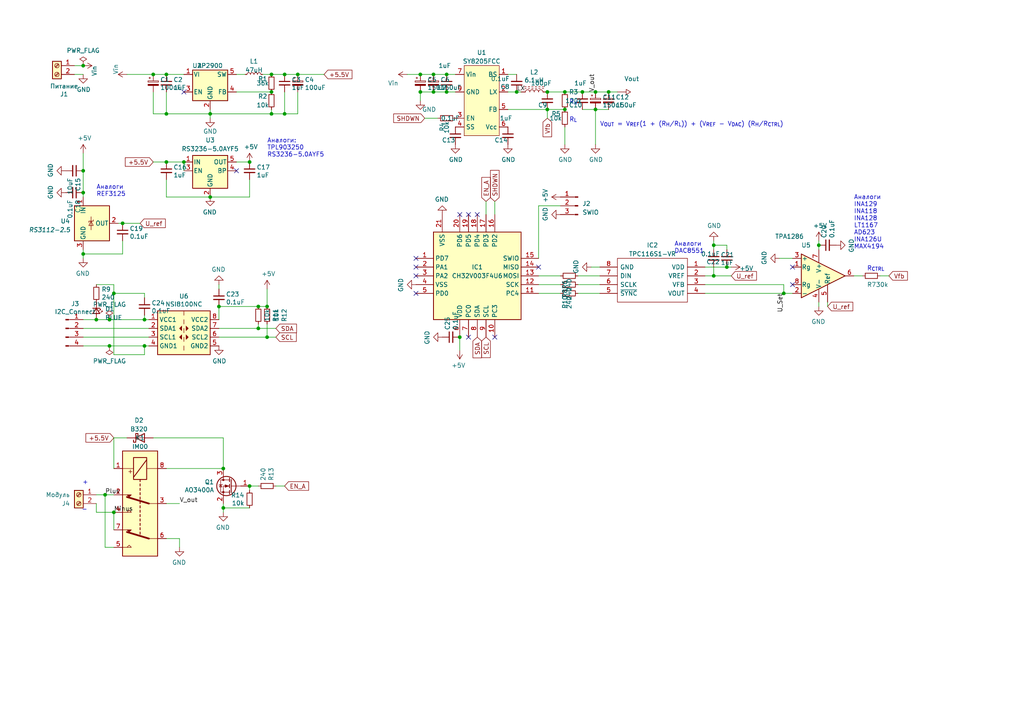
<source format=kicad_sch>
(kicad_sch (version 20230121) (generator eeschema)
  (paper "A4")
  (lib_symbols
    (symbol "Amplifier_Instrumentation:INA128" (pin_names (offset 0.127))
      (property "Reference" "U" (at 3.81 3.175 0))
      (property "Value" "INA128" (at 3.81 -3.175 0))
      (symbol "INA128_1_1"
        (pin passive line (at -7.62 2.54 0) (length 2.54) (name "Rg") (number "1"))
        (pin input line (at -7.62 -5.08 0) (length 2.54) (name "-") (number "2"))
        (pin input line (at -7.62 5.08 0) (length 2.54) (name "+") (number "3"))
        (pin power_in line (at 0 -7.62 90) (length 3.81) (name "V-") (number "4"))
        (pin input line (at 2.54 -7.62 90) (length 5.08) (name "Ref") (number "5"))
        (pin output line (at 10.16 0 180) (length 2.54) (name "~") (number "6"))
        (pin power_in line (at 0 7.62 270) (length 3.81) (name "V+") (number "7"))
        (pin passive line (at -7.62 -2.54 0) (length 2.54) (name "Rg") (number "8"))
      )
    )
    (symbol "Connector:Conn_01x03_Pin" (pin_names (offset 1.016) hide)
      (property "Reference" "J" (at 0 5.08 0))
      (property "Value" "Conn_01x03_Pin" (at 0 -5.08 0))
      (symbol "Conn_01x03_Pin_1_1"
        (pin passive line (at 5.08 2.54 180) (length 3.81) (name "Pin_1") (number "1"))
        (pin passive line (at 5.08 0 180) (length 3.81) (name "Pin_2") (number "2"))
        (pin passive line (at 5.08 -2.54 180) (length 3.81) (name "Pin_3") (number "3"))
      )
    )
    (symbol "Connector:Screw_Terminal_01x02" (pin_names (offset 1.016) hide)
      (property "Reference" "J" (at 0 2.54 0))
      (property "Value" "Screw_Terminal_01x02" (at 0 -5.08 0))
      (symbol "Screw_Terminal_01x02_1_1"
        (pin passive line (at -5.08 0 0) (length 3.81) (name "Pin_1") (number "1"))
        (pin passive line (at -5.08 -2.54 0) (length 3.81) (name "Pin_2") (number "2"))
      )
    )
    (symbol "Device:C_Polarized_Small" (pin_numbers hide) (pin_names (offset 0.254) hide)
      (property "Reference" "C" (at 0.254 1.778 0))
      (property "Value" "C_Polarized_Small" (at 0.254 -2.032 0))
      (symbol "C_Polarized_Small_1_1"
        (pin passive line (at 0 2.54 270) (length 1.8542) (name "~") (number "1"))
        (pin passive line (at 0 -2.54 90) (length 1.8542) (name "~") (number "2"))
      )
    )
    (symbol "Device:LED_Small" (pin_numbers hide) (pin_names (offset 0.254) hide)
      (property "Reference" "D" (at -1.27 3.175 0))
      (property "Value" "LED_Small" (at -4.445 -2.54 0))
      (symbol "LED_Small_1_1"
        (pin passive line (at -2.54 0 0) (length 1.778) (name "K") (number "1"))
        (pin passive line (at 2.54 0 180) (length 1.778) (name "A") (number "2"))
      )
    )
    (symbol "Device:L_Small" (pin_numbers hide) (pin_names (offset 0.254) hide)
      (property "Reference" "L" (at 0.762 1.016 0))
      (property "Value" "L_Small" (at 0.762 -1.016 0))
      (symbol "L_Small_1_1"
        (pin passive line (at 0 2.54 270) (length 0.508) (name "~") (number "1"))
        (pin passive line (at 0 -2.54 90) (length 0.508) (name "~") (number "2"))
      )
    )
    (symbol "Device:R_Small" (pin_numbers hide) (pin_names (offset 0.254) hide)
      (property "Reference" "R" (at 0.762 0.508 0))
      (property "Value" "R_Small" (at 0.762 -1.016 0))
      (symbol "R_Small_1_1"
        (pin passive line (at 0 2.54 270) (length 0.762) (name "~") (number "1"))
        (pin passive line (at 0 -2.54 90) (length 0.762) (name "~") (number "2"))
      )
    )
    (symbol "Diode:B320" (pin_numbers hide) (pin_names (offset 1.016) hide)
      (property "Reference" "D" (at 0 2.54 0))
      (property "Value" "B320" (at 0 -2.54 0))
      (symbol "B320_1_1"
        (pin passive line (at -3.81 0 0) (length 2.54) (name "K") (number "1"))
        (pin passive line (at 3.81 0 180) (length 2.54) (name "A") (number "2"))
      )
    )
    (symbol "Isolator:ISO1540"
      (property "Reference" "U" (at -6.35 6.35 0))
      (property "Value" "ISO1540" (at 3.81 6.35 0))
      (symbol "ISO1540_1_1"
        (pin power_in line (at -10.16 2.54 0) (length 2.54) (name "VCC1") (number "1"))
        (pin bidirectional line (at -10.16 0 0) (length 2.54) (name "SDA1") (number "2"))
        (pin bidirectional line (at -10.16 -2.54 0) (length 2.54) (name "SCL1") (number "3"))
        (pin power_in line (at -10.16 -5.08 0) (length 2.54) (name "GND1") (number "4"))
        (pin power_in line (at 10.16 -5.08 180) (length 2.54) (name "GND2") (number "5"))
        (pin bidirectional line (at 10.16 -2.54 180) (length 2.54) (name "SCL2") (number "6"))
        (pin bidirectional line (at 10.16 0 180) (length 2.54) (name "SDA2") (number "7"))
        (pin power_in line (at 10.16 2.54 180) (length 2.54) (name "VCC2") (number "8"))
      )
    )
    (symbol "MainPCB-rescue:C_Small-Device" (pin_numbers hide) (pin_names (offset 0.254) hide)
      (property "Reference" "C" (at 0.254 1.778 0))
      (property "Value" "C_Small-Device" (at 0.254 -2.032 0))
      (symbol "C_Small-Device_1_1"
        (pin passive line (at 0 2.54 270) (length 2.032) (name "~") (number "1"))
        (pin passive line (at 0 -2.54 90) (length 2.032) (name "~") (number "2"))
      )
    )
    (symbol "Pelt-rescue:Conn_01x04_Male-Connector" (pin_names (offset 1.016) hide)
      (property "Reference" "J" (at 0 5.08 0))
      (property "Value" "Connector_Conn_01x04_Male" (at 0 -7.62 0))
      (symbol "Conn_01x04_Male-Connector_1_1"
        (pin passive line (at 5.08 2.54 180) (length 3.81) (name "Pin_1") (number "1"))
        (pin passive line (at 5.08 0 180) (length 3.81) (name "Pin_2") (number "2"))
        (pin passive line (at 5.08 -2.54 180) (length 3.81) (name "Pin_3") (number "3"))
        (pin passive line (at 5.08 -5.08 180) (length 3.81) (name "Pin_4") (number "4"))
      )
    )
    (symbol "Pelt-rescue:L_Core_Ferrite-Device" (pin_numbers hide) (pin_names (offset 1.016) hide)
      (property "Reference" "L" (at -1.27 0 90))
      (property "Value" "Device_L_Core_Ferrite" (at 2.794 0 90))
      (symbol "L_Core_Ferrite-Device_1_1"
        (pin passive line (at 0 3.81 270) (length 1.27) (name "1") (number "1"))
        (pin passive line (at 0 -3.81 90) (length 1.27) (name "2") (number "2"))
      )
    )
    (symbol "Reference_Voltage:REF3020" (pin_names (offset 0.254))
      (property "Reference" "U" (at 0 6.35 0))
      (property "Value" "REF3020" (at 2.54 -6.35 0))
      (symbol "REF3020_1_1"
        (pin power_in line (at -2.54 7.62 270) (length 2.54) (name "IN") (number "1"))
        (pin power_out line (at 7.62 0 180) (length 2.54) (name "OUT") (number "2"))
        (pin power_in line (at -2.54 -7.62 90) (length 2.54) (name "GND") (number "3"))
      )
    )
    (symbol "Regulator_Linear:MIC5219-5.0YM5" (pin_names (offset 0.254))
      (property "Reference" "U" (at -3.81 5.715 0))
      (property "Value" "MIC5219-5.0YM5" (at 0 5.715 0))
      (symbol "MIC5219-5.0YM5_1_1"
        (pin power_in line (at -7.62 2.54 0) (length 2.54) (name "IN") (number "1"))
        (pin power_in line (at 0 -7.62 90) (length 2.54) (name "GND") (number "2"))
        (pin input line (at -7.62 0 0) (length 2.54) (name "EN") (number "3"))
        (pin input line (at 7.62 0 180) (length 2.54) (name "BP") (number "4"))
        (pin power_out line (at 7.62 2.54 180) (length 2.54) (name "OUT") (number "5"))
      )
    )
    (symbol "Regulator_Switching:TPS62200DBV" (pin_names (offset 0.254))
      (property "Reference" "U" (at -5.08 7.62 0))
      (property "Value" "TPS62200DBV" (at 0 7.62 0))
      (symbol "TPS62200DBV_1_1"
        (pin power_in line (at -7.62 5.08 0) (length 2.54) (name "VI") (number "1"))
        (pin power_in line (at 0 -5.08 90) (length 2.54) (name "GND") (number "2"))
        (pin input line (at -7.62 0 0) (length 2.54) (name "EN") (number "3"))
        (pin input line (at 7.62 0 180) (length 2.54) (name "FB") (number "4"))
        (pin output line (at 7.62 5.08 180) (length 2.54) (name "SW") (number "5"))
      )
    )
    (symbol "Relay:IM00"
      (property "Reference" "K" (at 16.51 3.81 0))
      (property "Value" "IM00" (at 16.51 1.27 0))
      (symbol "IM00_0_0"
        (text "+" (at -9.271 2.921 0) (effects (font (size 1.27 1.27))))
      )
      (symbol "IM00_1_1"
        (pin passive line (at -10.16 7.62 270) (length 2.54) (name "~") (number "1"))
        (pin passive line (at -2.54 7.62 270) (length 2.54) (name "~") (number "2"))
        (pin passive line (at 0 -7.62 90) (length 2.54) (name "~") (number "3"))
        (pin passive line (at 2.54 7.62 270) (length 2.54) (name "~") (number "4"))
        (pin passive line (at 12.7 7.62 270) (length 2.54) (name "~") (number "5"))
        (pin passive line (at 10.16 -7.62 90) (length 2.54) (name "~") (number "6"))
        (pin passive line (at 7.62 7.62 270) (length 2.54) (name "~") (number "7"))
        (pin passive line (at -10.16 -7.62 90) (length 2.54) (name "~") (number "8"))
      )
    )
    (symbol "SamacSys_Parts:DAC8551" (pin_names (offset 0.762))
      (property "Reference" "IC" (at 15.24 7.62 0))
      (property "Value" "DAC8551" (at 12.7 5.08 0))
      (symbol "DAC8551_0_0"
        (pin passive line (at 0 0 0) (length 5.08) (name "VDD") (number "1"))
        (pin passive line (at 0 -2.54 0) (length 5.08) (name "VREF") (number "2"))
        (pin passive line (at 0 -5.08 0) (length 5.08) (name "VFB") (number "3"))
        (pin passive line (at 0 -7.62 0) (length 5.08) (name "VOUT") (number "4"))
        (pin passive line (at 30.48 -7.62 180) (length 5.08) (name "~{SYNC}") (number "5"))
        (pin passive line (at 30.48 -5.08 180) (length 5.08) (name "SCLK") (number "6"))
        (pin passive line (at 30.48 -2.54 180) (length 5.08) (name "DIN") (number "7"))
        (pin passive line (at 30.48 0 180) (length 5.08) (name "GND") (number "8"))
      )
    )
    (symbol "SamacSys_Parts:SY8205FCC"
      (property "Reference" "U18" (at 7.62 6.35 0))
      (property "Value" "SY8205FCC" (at 7.62 3.81 0))
      (symbol "SY8205FCC_1_1"
        (pin input line (at 15.24 0 180) (length 2.54) (name "BS") (number "1"))
        (pin output line (at 15.24 -5.08 180) (length 2.54) (name "LX") (number "2"))
        (pin input line (at 0 -12.7 0) (length 2.54) (name "EN") (number "3"))
        (pin input line (at 0 -15.24 0) (length 2.54) (name "SS") (number "4"))
        (pin input line (at 15.24 -10.16 180) (length 2.54) (name "FB") (number "5"))
        (pin output line (at 15.24 -15.24 180) (length 2.54) (name "Vcc") (number "6"))
        (pin power_in line (at 0 0 0) (length 2.54) (name "Vin") (number "7"))
        (pin power_in line (at 0 0 0) (length 2.54) hide (name "Vin") (number "8"))
        (pin power_in line (at 0 -5.08 0) (length 2.54) (name "GND") (number "9"))
      )
    )
    (symbol "SamacSys_Parts:ch32v003f4p6"
      (property "Reference" "IC1" (at 17.78 -2.54 0))
      (property "Value" "CH32V003F4U6" (at 17.78 -5.08 0))
      (symbol "ch32v003f4p6_1_1"
        (pin passive line (at 0 0 0) (length 5.08) (name "PD7") (number "1"))
        (pin passive line (at 22.86 -22.86 90) (length 5.08) (name "PC3") (number "10"))
        (pin passive line (at 35.56 -10.16 180) (length 5.08) (name "PC4") (number "11"))
        (pin passive line (at 35.56 -7.62 180) (length 5.08) (name "PC5") (number "12") (alternate "SCK" passive line))
        (pin passive line (at 35.56 -5.08 180) (length 5.08) (name "PC6") (number "13") (alternate "MOSI" output line))
        (pin passive line (at 35.56 -2.54 180) (length 5.08) (name "PC7") (number "14") (alternate "MISO" input line))
        (pin passive line (at 35.56 0 180) (length 5.08) (name "PD1") (number "15") (alternate "SWIO" bidirectional line))
        (pin passive line (at 22.86 12.7 270) (length 5.08) (name "PD2") (number "16"))
        (pin passive line (at 20.32 12.7 270) (length 5.08) (name "PD3") (number "17"))
        (pin passive line (at 17.78 12.7 270) (length 5.08) (name "PD4") (number "18"))
        (pin passive line (at 15.24 12.7 270) (length 5.08) (name "PD5") (number "19"))
        (pin passive line (at 0 -2.54 0) (length 5.08) (name "PA1") (number "2"))
        (pin passive line (at 12.7 12.7 270) (length 5.08) (name "PD6") (number "20"))
        (pin power_in line (at 7.62 12.7 270) (length 5.08) (name "VSS") (number "21"))
        (pin passive line (at 0 -5.08 0) (length 5.08) (name "PA2") (number "3"))
        (pin passive line (at 0 -7.62 0) (length 5.08) (name "VSS") (number "4"))
        (pin passive line (at 0 -10.16 0) (length 5.08) (name "PD0") (number "5"))
        (pin power_in line (at 12.7 -22.86 90) (length 5.08) (name "VDD") (number "6"))
        (pin passive line (at 15.24 -22.86 90) (length 5.08) (name "PC0") (number "7"))
        (pin passive line (at 17.78 -22.86 90) (length 5.08) (name "PC1") (number "8") (alternate "SDA" passive line))
        (pin passive line (at 20.32 -22.86 90) (length 5.08) (name "PC2") (number "9") (alternate "SCL" passive line))
      )
    )
    (symbol "Transistor_FET:AO3400A" (pin_names hide)
      (property "Reference" "Q" (at 5.08 1.905 0))
      (property "Value" "AO3400A" (at 5.08 0 0))
      (symbol "AO3400A_1_1"
        (pin input line (at -5.08 0 0) (length 2.54) (name "G") (number "1"))
        (pin passive line (at 2.54 -5.08 90) (length 2.54) (name "S") (number "2"))
        (pin passive line (at 2.54 5.08 270) (length 2.54) (name "D") (number "3"))
      )
    )
    (symbol "power:+5V" (power) (pin_names (offset 0))
      (property "Value" "+5V" (at 0 3.556 0))
      (symbol "+5V_1_1"
        (pin power_in line (at 0 0 90) (length 0) hide (name "+5V") (number "1"))
      )
    )
    (symbol "power:GND" (power) (pin_names (offset 0))
      (property "Value" "GND" (at 0 -3.81 0))
      (symbol "GND_1_1"
        (pin power_in line (at 0 0 270) (length 0) hide (name "GND") (number "1"))
      )
    )
    (symbol "power:PWR_FLAG" (power) (pin_numbers hide) (pin_names (offset 0) hide)
      (property "Value" "PWR_FLAG" (at 0 3.81 0))
      (symbol "PWR_FLAG_0_0"
        (pin power_out line (at 0 0 90) (length 0) (name "pwr") (number "1"))
      )
    )
    (symbol "power:Vin" (power) (pin_names (offset 0))
      (property "Value" "Vin" (at -3.81 2.54 0))
      (symbol "Vin_1_1"
        (pin power_in line (at -3.81 -2.54 0) (length 0) hide (name "Vin") (number "1"))
      )
    )
    (symbol "power:Vout" (power) (pin_names (offset 0))
      (property "Value" "Vout" (at 0 5.08 0))
      (symbol "Vout_1_1"
        (pin power_out line (at 0 0 90) (length 0) hide (name "Vout") (number "1"))
      )
    )
  )
  (junction (at 78.74 33.02))
  (junction (at 44.45 21.59))
  (junction (at 158.75 26.67))
  (junction (at 237.49 71.12))
  (junction (at 207.01 71.12))
  (junction (at 48.26 33.02))
  (junction (at 125.73 26.67))
  (junction (at 149.86 26.67))
  (junction (at 48.26 46.99))
  (junction (at 48.26 21.59))
  (junction (at 74.93 95.25))
  (junction (at 121.92 26.67))
  (junction (at 78.74 26.67))
  (junction (at 176.53 26.67))
  (junction (at 33.02 148.59))
  (junction (at 77.47 88.9))
  (junction (at 210.82 77.47))
  (junction (at 163.83 26.67))
  (junction (at 24.13 55.88))
  (junction (at 60.96 33.02))
  (junction (at 172.72 26.67))
  (junction (at 77.47 97.79))
  (junction (at 27.94 92.71))
  (junction (at 35.56 64.77))
  (junction (at 64.77 147.32))
  (junction (at 207.01 80.01))
  (junction (at 33.02 85.09))
  (junction (at 63.5 88.9))
  (junction (at 158.75 31.75))
  (junction (at 129.54 21.59))
  (junction (at 30.48 143.51))
  (junction (at 31.75 92.71))
  (junction (at 72.39 140.97))
  (junction (at 31.75 100.33))
  (junction (at 24.13 19.05))
  (junction (at 86.36 21.59))
  (junction (at 53.34 46.99))
  (junction (at 168.91 26.67))
  (junction (at 163.83 31.75))
  (junction (at 72.39 46.99))
  (junction (at 121.92 21.59))
  (junction (at 82.55 21.59))
  (junction (at 24.13 73.66))
  (junction (at 133.35 97.79))
  (junction (at 41.91 92.71))
  (junction (at 227.33 85.09))
  (junction (at 78.74 21.59))
  (junction (at 74.93 88.9))
  (junction (at 82.55 33.02))
  (junction (at 64.77 135.89))
  (junction (at 129.54 26.67))
  (junction (at 125.73 21.59))
  (junction (at 172.72 31.75))
  (junction (at 41.91 100.33))
  (junction (at 24.13 49.53))
  (junction (at 60.96 57.15))
  (no_connect (at 120.65 80.01))
  (no_connect (at 156.21 77.47))
  (no_connect (at 143.51 97.79))
  (no_connect (at 120.65 77.47))
  (no_connect (at 120.65 85.09))
  (no_connect (at 229.87 77.47))
  (no_connect (at 135.89 97.79))
  (no_connect (at 229.87 82.55))
  (no_connect (at 138.43 62.23))
  (no_connect (at 135.89 62.23))
  (no_connect (at 120.65 74.93))
  (no_connect (at 68.58 49.53))
  (no_connect (at 53.34 26.67))
  (no_connect (at 133.35 62.23))
  (wire (pts (xy 118.11 21.59) (xy 121.92 21.59)))
  (wire (pts (xy 176.53 31.75) (xy 172.72 31.75)))
  (wire (pts (xy 48.26 26.67) (xy 48.26 33.02)))
  (wire (pts (xy 86.36 21.59) (xy 93.98 21.59)))
  (wire (pts (xy 33.02 148.59) (xy 33.02 153.67)))
  (wire (pts (xy 163.83 41.91) (xy 163.83 36.83)))
  (wire (pts (xy 35.56 69.85) (xy 35.56 73.66)))
  (wire (pts (xy 133.35 101.6) (xy 133.35 97.79)))
  (wire (pts (xy 41.91 102.87) (xy 41.91 100.33)))
  (wire (pts (xy 125.73 21.59) (xy 129.54 21.59)))
  (wire (pts (xy 149.86 26.67) (xy 147.32 26.67)))
  (wire (pts (xy 52.07 146.05) (xy 48.26 146.05)))
  (wire (pts (xy 63.5 97.79) (xy 77.47 97.79)))
  (wire (pts (xy 204.47 82.55) (xy 227.33 82.55)))
  (wire (pts (xy 33.02 82.55) (xy 33.02 85.09)))
  (wire (pts (xy 156.21 82.55) (xy 162.56 82.55)))
  (wire (pts (xy 156.21 74.93) (xy 156.21 59.69)))
  (wire (pts (xy 237.49 87.63) (xy 237.49 88.9)))
  (wire (pts (xy 149.86 21.59) (xy 147.32 21.59)))
  (wire (pts (xy 140.97 58.42) (xy 140.97 62.23)))
  (wire (pts (xy 74.93 93.98) (xy 74.93 95.25)))
  (wire (pts (xy 64.77 146.05) (xy 64.77 147.32)))
  (wire (pts (xy 27.94 82.55) (xy 33.02 82.55)))
  (wire (pts (xy 226.06 74.93) (xy 229.87 74.93)))
  (wire (pts (xy 121.92 26.67) (xy 121.92 29.21)))
  (wire (pts (xy 27.94 148.59) (xy 33.02 148.59)))
  (wire (pts (xy 74.93 95.25) (xy 80.01 95.25)))
  (wire (pts (xy 121.92 21.59) (xy 125.73 21.59)))
  (wire (pts (xy 168.91 26.67) (xy 172.72 26.67)))
  (wire (pts (xy 35.56 64.77) (xy 40.64 64.77)))
  (wire (pts (xy 24.13 92.71) (xy 27.94 92.71)))
  (wire (pts (xy 53.34 46.99) (xy 53.34 49.53)))
  (wire (pts (xy 77.47 83.82) (xy 77.47 88.9)))
  (wire (pts (xy 176.53 26.67) (xy 179.07 26.67)))
  (wire (pts (xy 76.2 21.59) (xy 78.74 21.59)))
  (wire (pts (xy 82.55 33.02) (xy 78.74 33.02)))
  (wire (pts (xy 237.49 69.85) (xy 237.49 71.12)))
  (wire (pts (xy 123.19 34.29) (xy 127 34.29)))
  (wire (pts (xy 41.91 92.71) (xy 41.91 91.44)))
  (wire (pts (xy 36.83 21.59) (xy 44.45 21.59)))
  (wire (pts (xy 125.73 26.67) (xy 129.54 26.67)))
  (wire (pts (xy 68.58 46.99) (xy 72.39 46.99)))
  (wire (pts (xy 64.77 147.32) (xy 64.77 148.59)))
  (wire (pts (xy 86.36 33.02) (xy 82.55 33.02)))
  (wire (pts (xy 60.96 34.29) (xy 60.96 33.02)))
  (wire (pts (xy 48.26 21.59) (xy 53.34 21.59)))
  (wire (pts (xy 237.49 71.12) (xy 237.49 72.39)))
  (wire (pts (xy 156.21 85.09) (xy 162.56 85.09)))
  (wire (pts (xy 41.91 85.09) (xy 33.02 85.09)))
  (wire (pts (xy 68.58 26.67) (xy 78.74 26.67)))
  (wire (pts (xy 64.77 135.89) (xy 48.26 135.89)))
  (wire (pts (xy 24.13 74.93) (xy 24.13 73.66)))
  (wire (pts (xy 31.75 92.71) (xy 41.91 92.71)))
  (wire (pts (xy 44.45 26.67) (xy 44.45 33.02)))
  (wire (pts (xy 24.13 100.33) (xy 31.75 100.33)))
  (wire (pts (xy 48.26 33.02) (xy 60.96 33.02)))
  (wire (pts (xy 63.5 82.55) (xy 63.5 83.82)))
  (wire (pts (xy 156.21 80.01) (xy 162.56 80.01)))
  (wire (pts (xy 21.59 19.05) (xy 24.13 19.05)))
  (wire (pts (xy 41.91 92.71) (xy 43.18 92.71)))
  (wire (pts (xy 149.86 26.67) (xy 151.13 26.67)))
  (wire (pts (xy 167.64 85.09) (xy 173.99 85.09)))
  (wire (pts (xy 44.45 33.02) (xy 48.26 33.02)))
  (wire (pts (xy 48.26 57.15) (xy 60.96 57.15)))
  (wire (pts (xy 33.02 143.51) (xy 30.48 143.51)))
  (wire (pts (xy 204.47 77.47) (xy 210.82 77.47)))
  (wire (pts (xy 82.55 140.97) (xy 80.01 140.97)))
  (wire (pts (xy 60.96 33.02) (xy 60.96 31.75)))
  (wire (pts (xy 24.13 49.53) (xy 24.13 55.88)))
  (wire (pts (xy 41.91 86.36) (xy 41.91 85.09)))
  (wire (pts (xy 158.75 26.67) (xy 163.83 26.67)))
  (wire (pts (xy 147.32 31.75) (xy 158.75 31.75)))
  (wire (pts (xy 31.75 100.33) (xy 41.91 100.33)))
  (wire (pts (xy 24.13 21.59) (xy 21.59 21.59)))
  (wire (pts (xy 63.5 88.9) (xy 63.5 92.71)))
  (wire (pts (xy 33.02 158.75) (xy 30.48 158.75)))
  (wire (pts (xy 168.91 31.75) (xy 172.72 31.75)))
  (wire (pts (xy 77.47 88.9) (xy 74.93 88.9)))
  (wire (pts (xy 24.13 95.25) (xy 43.18 95.25)))
  (wire (pts (xy 204.47 85.09) (xy 227.33 85.09)))
  (wire (pts (xy 210.82 71.12) (xy 207.01 71.12)))
  (wire (pts (xy 82.55 26.67) (xy 82.55 33.02)))
  (wire (pts (xy 172.72 26.67) (xy 176.53 26.67)))
  (wire (pts (xy 33.02 127) (xy 36.83 127)))
  (wire (pts (xy 72.39 140.97) (xy 74.93 140.97)))
  (wire (pts (xy 27.94 146.05) (xy 27.94 148.59)))
  (wire (pts (xy 78.74 21.59) (xy 82.55 21.59)))
  (wire (pts (xy 212.09 77.47) (xy 210.82 77.47)))
  (wire (pts (xy 24.13 97.79) (xy 43.18 97.79)))
  (wire (pts (xy 41.91 100.33) (xy 43.18 100.33)))
  (wire (pts (xy 64.77 127) (xy 64.77 135.89)))
  (wire (pts (xy 27.94 92.71) (xy 31.75 92.71)))
  (wire (pts (xy 52.07 156.21) (xy 52.07 158.75)))
  (wire (pts (xy 33.02 127) (xy 33.02 135.89)))
  (wire (pts (xy 207.01 80.01) (xy 204.47 80.01)))
  (wire (pts (xy 30.48 143.51) (xy 27.94 143.51)))
  (wire (pts (xy 247.65 80.01) (xy 250.19 80.01)))
  (wire (pts (xy 72.39 142.24) (xy 72.39 140.97)))
  (wire (pts (xy 48.26 46.99) (xy 53.34 46.99)))
  (wire (pts (xy 143.51 62.23) (xy 143.51 58.42)))
  (wire (pts (xy 77.47 93.98) (xy 77.47 97.79)))
  (wire (pts (xy 210.82 71.12) (xy 210.82 72.39)))
  (wire (pts (xy 207.01 77.47) (xy 207.01 80.01)))
  (wire (pts (xy 72.39 52.07) (xy 72.39 57.15)))
  (wire (pts (xy 44.45 46.99) (xy 48.26 46.99)))
  (wire (pts (xy 257.81 80.01) (xy 255.27 80.01)))
  (wire (pts (xy 129.54 21.59) (xy 132.08 21.59)))
  (wire (pts (xy 167.64 80.01) (xy 173.99 80.01)))
  (wire (pts (xy 33.02 102.87) (xy 41.91 102.87)))
  (wire (pts (xy 86.36 26.67) (xy 86.36 33.02)))
  (wire (pts (xy 171.45 77.47) (xy 173.99 77.47)))
  (wire (pts (xy 24.13 55.88) (xy 24.13 57.15)))
  (wire (pts (xy 229.87 85.09) (xy 227.33 85.09)))
  (wire (pts (xy 35.56 73.66) (xy 24.13 73.66)))
  (wire (pts (xy 240.03 87.63) (xy 240.03 88.9)))
  (wire (pts (xy 172.72 41.91) (xy 172.72 31.75)))
  (wire (pts (xy 60.96 57.15) (xy 72.39 57.15)))
  (wire (pts (xy 52.07 156.21) (xy 48.26 156.21)))
  (wire (pts (xy 63.5 95.25) (xy 74.93 95.25)))
  (wire (pts (xy 121.92 26.67) (xy 125.73 26.67)))
  (wire (pts (xy 207.01 72.39) (xy 207.01 71.12)))
  (wire (pts (xy 129.54 26.67) (xy 132.08 26.67)))
  (wire (pts (xy 63.5 88.9) (xy 74.93 88.9)))
  (wire (pts (xy 33.02 85.09) (xy 33.02 102.87)))
  (wire (pts (xy 72.39 147.32) (xy 64.77 147.32)))
  (wire (pts (xy 82.55 21.59) (xy 86.36 21.59)))
  (wire (pts (xy 207.01 69.85) (xy 207.01 71.12)))
  (wire (pts (xy 158.75 31.75) (xy 158.75 34.29)))
  (wire (pts (xy 48.26 52.07) (xy 48.26 57.15)))
  (wire (pts (xy 60.96 33.02) (xy 78.74 33.02)))
  (wire (pts (xy 167.64 82.55) (xy 173.99 82.55)))
  (wire (pts (xy 156.21 59.69) (xy 162.56 59.69)))
  (wire (pts (xy 77.47 97.79) (xy 80.01 97.79)))
  (wire (pts (xy 163.83 26.67) (xy 168.91 26.67)))
  (wire (pts (xy 78.74 31.75) (xy 78.74 33.02)))
  (wire (pts (xy 44.45 21.59) (xy 48.26 21.59)))
  (wire (pts (xy 158.75 31.75) (xy 163.83 31.75)))
  (wire (pts (xy 24.13 44.45) (xy 24.13 49.53)))
  (wire (pts (xy 207.01 80.01) (xy 212.09 80.01)))
  (wire (pts (xy 68.58 21.59) (xy 71.12 21.59)))
  (wire (pts (xy 30.48 158.75) (xy 30.48 143.51)))
  (wire (pts (xy 34.29 64.77) (xy 35.56 64.77)))
  (wire (pts (xy 227.33 82.55) (xy 227.33 85.09)))
  (wire (pts (xy 44.45 127) (xy 64.77 127)))
  (wire (pts (xy 24.13 73.66) (xy 24.13 72.39)))
  (text "R_{CTRL}" (at 251.46 78.74 0) (effects (font (size 1.27 1.27)) (justify left bottom)))
  (text "-" (at 25.4 148.59 0) (effects (font (size 1.27 1.27)) (justify right bottom)))
  (text "Аналоги\nINA129\nINA118\nINA128\nLT1167\nAD623\nINA126U\nMAX4194" (at 247.65 72.39 0) (effects (font (size 1.27 1.27)) (justify left bottom)))
  (text "Аналоги\nREF3125" (at 27.94 57.15 0) (effects (font (size 1.27 1.27)) (justify left bottom)))
  (text "Аналоги:\nTPL903250\nRS3236-5.0AYF5" (at 77.47 45.72 0) (effects (font (size 1.27 1.27)) (justify left bottom)))
  (text "Аналоги\nDAC8551" (at 195.58 73.66 0) (effects (font (size 1.27 1.27)) (justify left bottom)))
  (text "V_{OUT} = V_{REF}(1 + (R_{H}/R_{L})) + (V_{REF} - V_{DAC}) (R_{H}/R_{CTRL})" (at 173.99 36.83 0) (effects (font (size 1.27 1.27)) (justify left bottom)))
  (text "+" (at 25.4 140.97 90) (effects (font (size 1.27 1.27)) (justify left bottom)))
  (text "R_{H}" (at 165.1 30.48 0) (effects (font (size 1.27 1.27)) (justify left bottom)))
  (text "R_{L}" (at 165.1 35.56 0) (effects (font (size 1.27 1.27)) (justify left bottom)))
  (label "Plus" (at 30.48 143.51 0))
  (label "V_out" (at 172.72 26.67 90))
  (label "Minus" (at 33.02 148.59 0))
  (label "V_out" (at 52.07 146.05 0))
  (label "LX" (at 149.86 26.67 0))
  (label "U_Set" (at 227.33 85.09 270))
  (global_label "SHDWN" (shape input) (at 123.19 34.29 180) (property "Intersheetrefs" "${INTERSHEET_REFS}" (effects hide)))
  (global_label "SDA" (shape input) (at 138.43 97.79 270) (property "Intersheetrefs" "${INTERSHEET_REFS}" (effects hide)))
  (global_label "SCL" (shape input) (at 80.01 97.79 0) (property "Intersheetrefs" "${INTERSHEET_REFS}" (effects hide)))
  (global_label "Vfb" (shape input) (at 158.75 34.29 270) (property "Intersheetrefs" "${INTERSHEET_REFS}" (effects hide)))
  (global_label "+5.5V" (shape input) (at 33.02 127 180) (property "Intersheetrefs" "${INTERSHEET_REFS}" (effects hide)))
  (global_label "U_ref" (shape input) (at 212.09 80.01 0) (property "Intersheetrefs" "${INTERSHEET_REFS}" (effects hide)))
  (global_label "+5.5V" (shape input) (at 44.45 46.99 180) (property "Intersheetrefs" "${INTERSHEET_REFS}" (effects hide)))
  (global_label "U_ref" (shape input) (at 40.64 64.77 0) (property "Intersheetrefs" "${INTERSHEET_REFS}" (effects hide)))
  (global_label "EN_A" (shape input) (at 82.55 140.97 0) (property "Intersheetrefs" "${INTERSHEET_REFS}" (effects hide)))
  (global_label "EN_A" (shape input) (at 140.97 58.42 90) (property "Intersheetrefs" "${INTERSHEET_REFS}" (effects hide)))
  (global_label "+5.5V" (shape input) (at 93.98 21.59 0) (property "Intersheetrefs" "${INTERSHEET_REFS}" (effects hide)))
  (global_label "U_ref" (shape input) (at 240.03 88.9 0) (property "Intersheetrefs" "${INTERSHEET_REFS}" (effects hide)))
  (global_label "SHDWN" (shape input) (at 143.51 58.42 90) (property "Intersheetrefs" "${INTERSHEET_REFS}" (effects hide)))
  (global_label "SDA" (shape input) (at 80.01 95.25 0) (property "Intersheetrefs" "${INTERSHEET_REFS}" (effects hide)))
  (global_label "SCL" (shape input) (at 140.97 97.79 270) (property "Intersheetrefs" "${INTERSHEET_REFS}" (effects hide)))
  (global_label "Vfb" (shape input) (at 257.81 80.01 0) (property "Intersheetrefs" "${INTERSHEET_REFS}" (effects hide)))
  (symbol (lib_id "Pelt-rescue:L_Core_Ferrite-Device") (at 154.94 26.67 90) (unit 1)
    (property "Reference" "L2" (at 154.94 20.955 90))
    (property "Value" "6.1uH" (at 154.94 23.2664 90))
    (property "Footprint" "SamacSys_Parts:CDEP147NP-6R1MC-125" (effects hide))
    (property "Ток" "6 A" (effects hide))
    (property "Допуск" "20%" (effects hide))
    (property "Цена" "94.84" (effects hide))
    (property "PartNumber" "CDEP147NP-6R1MC-125" (effects hide))
  )
  (symbol (lib_id "Device:R_Small") (at 163.83 29.21 0) (unit 1)
    (property "Reference" "R3" (at 166.37 26.67 0))
    (property "Value" "120k" (at 166.37 29.21 0))
    (property "Footprint" "Resistor_SMD:R_0603_1608Metric" (effects hide))
    (property "Допуск" "1%" (effects hide))
    (property "Цена" "0.09" (effects hide))
    (property "PartNumber" "RC0603FR-07120KL" (effects hide))
  )
  (symbol (lib_id "Device:R_Small") (at 163.83 34.29 0) (unit 1)
    (property "Reference" "R5" (at 161.29 33.02 0))
    (property "Value" "10k" (at 161.163 34.29 0))
    (property "Footprint" "Resistor_SMD:R_0603_1608Metric" (effects hide))
    (property "Допуск" "1%" (effects hide))
    (property "Цена" "0.08" (effects hide))
    (property "PartNumber" "RC0603FR-0710KL" (effects hide))
  )
  (symbol (lib_id "power:GND") (at 163.83 41.91 0) (unit 1)
    (property "Reference" "#PWR010" (effects hide))
    (property "Value" "GND" (at 163.957 46.3042 0))
  )
  (symbol (lib_id "Device:R_Small") (at 252.73 80.01 90) (unit 1)
    (property "Reference" "R7" (at 251.46 82.55 90) (effects (justify right)))
    (property "Value" "30k" (at 254 82.55 90) (effects (justify right)))
    (property "Footprint" "Resistor_SMD:R_0603_1608Metric" (effects hide))
    (property "Цена" "0.08" (effects hide))
    (property "PartNumber" "RC0603FR-0730KL" (effects hide))
    (property "Допуск" "1%" (effects hide))
  )
  (symbol (lib_id "Amplifier_Instrumentation:INA128") (at 237.49 80.01 0) (unit 1)
    (property "Reference" "U5" (at 232.41 71.12 0) (effects (justify left)))
    (property "Value" "TPA1286" (at 224.79 68.58 0) (effects (justify left)))
    (property "Footprint" "Package_SO:SOIC-8_3.9x4.9mm_P1.27mm" (effects hide))
    (property "Datasheet" "http://www.ti.com/lit/ds/symlink/ina128.pdf" (effects hide))
    (property "Цена" "81.96" (effects hide))
    (property "PartNumber" "TPA1286-SO1R" (effects hide))
  )
  (symbol (lib_id "power:+5V") (at 24.13 44.45 0) (unit 1)
    (property "Reference" "#PWR012" (effects hide))
    (property "Value" "+5V" (at 24.511 40.0558 0))
  )
  (symbol (lib_id "power:Vout") (at 179.07 26.67 270) (unit 1)
    (property "Reference" "#PWR05" (effects hide))
    (property "Value" "Vout" (at 181.0512 22.86 90) (effects (justify left)))
  )
  (symbol (lib_id "power:+5V") (at 237.49 69.85 0) (unit 1)
    (property "Reference" "#PWR021" (effects hide))
    (property "Value" "+5V" (at 237.871 65.4558 0))
  )
  (symbol (lib_id "power:Vin") (at 115.57 25.4 90) (mirror x) (unit 1)
    (property "Reference" "#PWR04" (effects hide))
    (property "Value" "Vin" (at 115.57 24.13 90) (effects (justify left)))
  )
  (symbol (lib_id "Pelt-rescue:Conn_01x04_Male-Connector") (at 19.05 95.25 0) (unit 1)
    (property "Reference" "J3" (at 21.7932 88.1126 0))
    (property "Value" "I2C_Connect" (at 21.7932 90.424 0))
    (property "Footprint" "Connector_JST:JST_PH_B4B-PH-K_1x04_P2.00mm_Vertical" (effects hide))
    (property "Цена" "0.76" (effects hide))
    (property "PartNumber" "L-KLS1-XL1-2.00-04-S" (effects hide))
  )
  (symbol (lib_id "Connector:Screw_Terminal_01x02") (at 16.51 19.05 0) (mirror y) (unit 1)
    (property "Reference" "J1" (at 18.5928 27.305 0))
    (property "Value" "Питание" (at 18.5928 24.9936 0))
    (property "Footprint" "Connector_Phoenix_MC:PhoenixContact_MCV_1,5_2-G-3.81_1x02_P3.81mm_Vertical" (effects hide))
    (property "Цена" "6.11" (effects hide))
    (property "PartNumber" "15EDGVC-3.81-02P-14-00AH" (effects hide))
  )
  (symbol (lib_id "Connector:Screw_Terminal_01x02") (at 22.86 143.51 0) (mirror y) (unit 1)
    (property "Reference" "J4" (at 20.32 146.05 0) (effects (justify left)))
    (property "Value" "Модуль" (at 20.32 143.51 0) (effects (justify left)))
    (property "Footprint" "Connector_Phoenix_MC:PhoenixContact_MCV_1,5_2-G-3.81_1x02_P3.81mm_Vertical" (effects hide))
    (property "Цена" "6.11" (effects hide))
    (property "PartNumber" "15EDGVC-3.81-02P-14-00AH" (effects hide))
  )
  (symbol (lib_id "power:Vin") (at 26.67 22.86 270) (unit 1)
    (property "Reference" "#PWR03" (effects hide))
    (property "Value" "Vin" (at 27.3812 19.05 0) (effects (justify left)))
  )
  (symbol (lib_id "power:GND") (at 24.13 21.59 0) (unit 1)
    (property "Reference" "#PWR02" (effects hide))
    (property "Value" "GND" (at 24.257 25.9842 0))
  )
  (symbol (lib_id "Device:R_Small") (at 72.39 144.78 0) (mirror x) (unit 1)
    (property "Reference" "R14" (at 70.8914 143.6116 0) (effects (justify right)))
    (property "Value" "10k" (at 70.8914 145.923 0) (effects (justify right)))
    (property "Footprint" "Resistor_SMD:R_0603_1608Metric" (effects hide))
    (property "Цена" "0.08" (effects hide))
    (property "Допуск" "1%" (effects hide))
    (property "PartNumber" "RC0603FR-0710KL" (effects hide))
  )
  (symbol (lib_id "Transistor_FET:AO3400A") (at 67.31 140.97 0) (mirror y) (unit 1)
    (property "Reference" "Q1" (at 62.103 139.8016 0) (effects (justify left)))
    (property "Value" "AO3400A" (at 62.103 142.113 0) (effects (justify left)))
    (property "Footprint" "Package_TO_SOT_SMD:SOT-23" (effects hide))
    (property "Datasheet" "http://www.aosmd.com/pdfs/datasheet/AO3400A.pdf" (effects hide))
    (property "Цена" "2.21" (effects hide))
    (property "PartNumber" "AO3400A" (effects hide))
  )
  (symbol (lib_id "power:GND") (at 64.77 148.59 0) (mirror y) (unit 1)
    (property "Reference" "#PWR035" (effects hide))
    (property "Value" "GND" (at 64.643 152.9842 0))
  )
  (symbol (lib_id "power:PWR_FLAG") (at 24.13 19.05 0) (unit 1)
    (property "Reference" "#FLG01" (effects hide))
    (property "Value" "PWR_FLAG" (at 24.13 14.6558 0))
  )
  (symbol (lib_id "Device:R_Small") (at 77.47 140.97 90) (mirror x) (unit 1)
    (property "Reference" "R13" (at 78.6384 139.4714 0) (effects (justify right)))
    (property "Value" "240" (at 76.327 139.4714 0) (effects (justify right)))
    (property "Footprint" "Resistor_SMD:R_0603_1608Metric" (effects hide))
    (property "Цена" "0.13" (effects hide))
    (property "Допуск" "1%" (effects hide))
    (property "PartNumber" "RC0603FR-07240RL" (effects hide))
  )
  (symbol (lib_id "Isolator:ISO1540") (at 53.34 95.25 0) (unit 1)
    (property "Reference" "U6" (at 53.34 85.9282 0))
    (property "Value" "NSI8100NC" (at 53.34 88.2396 0))
    (property "Footprint" "Package_SO:SOIC-8_3.9x4.9mm_P1.27mm" (effects hide))
    (property "Цена" "85.31" (effects hide))
    (property "PartNumber" "NSI8100NC" (effects hide))
  )
  (symbol (lib_id "power:GND") (at 52.07 158.75 0) (mirror y) (unit 1)
    (property "Reference" "#PWR036" (effects hide))
    (property "Value" "GND" (at 51.943 163.1442 0))
  )
  (symbol (lib_id "Device:R_Small") (at 74.93 91.44 180) (unit 1)
    (property "Reference" "R11" (at 79.9084 91.44 90))
    (property "Value" "10k" (at 77.47 91.44 90))
    (property "Footprint" "Resistor_SMD:R_0603_1608Metric" (effects hide))
    (property "Цена" "0.08" (effects hide))
    (property "Допуск" "1%" (effects hide))
    (property "PartNumber" "RC0603FR-0710KL" (effects hide))
  )
  (symbol (lib_id "Device:R_Small") (at 77.47 91.44 180) (unit 1)
    (property "Reference" "R12" (at 82.4484 91.44 90))
    (property "Value" "10k" (at 80.137 91.44 90))
    (property "Footprint" "Resistor_SMD:R_0603_1608Metric" (effects hide))
    (property "Цена" "0.08" (effects hide))
    (property "Допуск" "1%" (effects hide))
    (property "PartNumber" "RC0603FR-0710KL" (effects hide))
  )
  (symbol (lib_id "MainPCB-rescue:C_Small-Device") (at 41.91 88.9 0) (unit 1)
    (property "Reference" "C24" (at 43.942 87.884 0) (effects (justify left)))
    (property "Value" "0.1uF" (at 43.942 90.17 0) (effects (justify left)))
    (property "Footprint" "Capacitor_SMD:C_0603_1608Metric" (effects hide))
    (property "Напряжение" "10" (effects hide))
    (property "Цена" "0.28" (effects hide))
    (property "PartNumber" "GRM188R71H104KA93D" (effects hide))
  )
  (symbol (lib_id "MainPCB-rescue:C_Small-Device") (at 63.5 86.36 0) (unit 1)
    (property "Reference" "C23" (at 65.532 85.344 0) (effects (justify left)))
    (property "Value" "0.1uF" (at 65.532 87.63 0) (effects (justify left)))
    (property "Footprint" "Capacitor_SMD:C_0603_1608Metric" (effects hide))
    (property "Напряжение" "10" (effects hide))
    (property "Цена" "0.28" (effects hide))
    (property "PartNumber" "GRM188R71H104KA93D" (effects hide))
  )
  (symbol (lib_id "power:GND") (at 63.5 82.55 180) (unit 1)
    (property "Reference" "#PWR028" (effects hide))
    (property "Value" "GND" (at 63.373 78.1558 0))
  )
  (symbol (lib_id "power:+5V") (at 77.47 83.82 0) (unit 1)
    (property "Reference" "#PWR030" (effects hide))
    (property "Value" "+5V" (at 77.851 79.4258 0))
  )
  (symbol (lib_id "power:PWR_FLAG") (at 31.75 92.71 0) (unit 1)
    (property "Reference" "#FLG02" (effects hide))
    (property "Value" "PWR_FLAG" (at 31.75 88.3158 0))
  )
  (symbol (lib_id "power:PWR_FLAG") (at 31.75 100.33 180) (unit 1)
    (property "Reference" "#FLG03" (effects hide))
    (property "Value" "PWR_FLAG" (at 31.75 104.7242 0))
  )
  (symbol (lib_id "Device:R_Small") (at 165.1 82.55 90) (unit 1)
    (property "Reference" "R8" (at 163.83 85.09 0))
    (property "Value" "240" (at 165.1 85.217 0))
    (property "Footprint" "Resistor_SMD:R_0603_1608Metric" (effects hide))
    (property "Допуск" "1%" (effects hide))
    (property "Цена" "0.13" (effects hide))
    (property "PartNumber" "RC0603FR-07240RL" (effects hide))
  )
  (symbol (lib_id "Device:R_Small") (at 27.94 85.09 180) (unit 1)
    (property "Reference" "R9" (at 29.4386 83.9216 0) (effects (justify right)))
    (property "Value" "240" (at 29.4386 86.233 0) (effects (justify right)))
    (property "Footprint" "Resistor_SMD:R_0603_1608Metric" (effects hide))
    (property "Цена" "0.13" (effects hide))
    (property "Допуск" "1%" (effects hide))
    (property "PartNumber" "RC0603FR-07240RL" (effects hide))
  )
  (symbol (lib_id "MainPCB-rescue:C_Small-Device") (at 82.55 24.13 0) (unit 1)
    (property "Reference" "C3" (at 84.582 23.114 0) (effects (justify left)))
    (property "Value" "1uF" (at 84.582 25.4 0) (effects (justify left)))
    (property "Footprint" "Capacitor_SMD:C_0603_1608Metric" (effects hide))
    (property "Напряжение" "10" (effects hide))
    (property "Цена" "0.21" (effects hide))
    (property "PartNumber" "TCC0603X7R105K250CT / CC0603JRX7R7BB105 " (effects hide))
  )
  (symbol (lib_id "MainPCB-rescue:C_Small-Device") (at 158.75 29.21 0) (mirror y) (unit 1)
    (property "Reference" "C9" (at 158.75 30.48 0) (effects (justify left)))
    (property "Value" "100pF" (at 160.02 24.13 0) (effects (justify left)))
    (property "Footprint" "Capacitor_SMD:C_0603_1608Metric" (effects hide))
    (property "Напряжение" "35" (effects hide))
    (property "Цена" "0.37" (effects hide))
    (property "PartNumber" "GRM1885C1H101JA01D" (effects hide))
  )
  (symbol (lib_id "MainPCB-rescue:C_Small-Device") (at 207.01 74.93 0) (unit 1)
    (property "Reference" "C21" (at 209.042 73.914 0) (effects (justify left)))
    (property "Value" "1uF" (at 209.042 76.2 0) (effects (justify left)))
    (property "Footprint" "Capacitor_SMD:C_0603_1608Metric" (effects hide))
    (property "Напряжение" "10" (effects hide))
    (property "Цена" "0.21" (effects hide))
    (property "PartNumber" "TCC0603X7R105K250CT / CC0603JRX7R7BB105 " (effects hide))
  )
  (symbol (lib_id "power:GND") (at 171.45 77.47 270) (mirror x) (unit 1)
    (property "Reference" "#PWR025" (effects hide))
    (property "Value" "GND" (at 167.0558 77.343 0))
  )
  (symbol (lib_id "Device:R_Small") (at 165.1 85.09 90) (unit 1)
    (property "Reference" "R10" (at 163.83 87.63 0))
    (property "Value" "240" (at 165.1 87.757 0))
    (property "Footprint" "Resistor_SMD:R_0603_1608Metric" (effects hide))
    (property "Допуск" "1%" (effects hide))
    (property "Цена" "0.13" (effects hide))
    (property "PartNumber" "RC0603FR-07240RL" (effects hide))
  )
  (symbol (lib_id "SamacSys_Parts:ch32v003f4p6") (at 120.65 74.93 0) (unit 1)
    (property "Reference" "IC1" (at 138.43 77.47 0))
    (property "Value" "CH32V003F4U6" (at 138.43 80.01 0))
    (property "Footprint" "Package_DFN_QFN:QFN-20-1EP_3x3mm_P0.4mm_EP1.65x1.65mm" (effects hide))
    (property "Datasheet" "http://www.wch-ic.com/downloads/file/359.html?time=2022-11-28%2000:13:19" (effects hide))
    (property "Height" "0.8" (effects hide))
    (property "Цена" "25.82" (effects hide))
    (property "PartNumber" "CH32V003F4U6" (effects hide))
    (pin "12" (alternate "SCK"))
    (pin "13" (alternate "MOSI"))
    (pin "14" (alternate "MISO"))
    (pin "15" (alternate "SWIO"))
    (pin "8" (alternate "SDA"))
    (pin "9" (alternate "SCL"))
  )
  (symbol (lib_id "power:GND") (at 207.01 69.85 0) (mirror x) (unit 1)
    (property "Reference" "#PWR020" (effects hide))
    (property "Value" "GND" (at 207.137 65.4558 0))
  )
  (symbol (lib_id "MainPCB-rescue:C_Small-Device") (at 210.82 74.93 180) (unit 1)
    (property "Reference" "C22" (at 208.788 75.946 0) (effects (justify left)))
    (property "Value" "0.1uF" (at 208.788 73.66 0) (effects (justify left)))
    (property "Footprint" "Capacitor_SMD:C_0603_1608Metric" (effects hide))
    (property "Напряжение" "10" (effects hide))
    (property "Цена" "0.28" (effects hide))
    (property "PartNumber" "GRM188R71H104KA93D" (effects hide))
  )
  (symbol (lib_id "power:+5V") (at 133.35 101.6 180) (unit 1)
    (property "Reference" "#PWR034" (effects hide))
    (property "Value" "+5V" (at 132.969 105.9942 0))
  )
  (symbol (lib_id "Device:R_Small") (at 165.1 80.01 90) (unit 1)
    (property "Reference" "R6" (at 163.83 82.55 0))
    (property "Value" "240" (at 165.1 82.677 0))
    (property "Footprint" "Resistor_SMD:R_0603_1608Metric" (effects hide))
    (property "Допуск" "1%" (effects hide))
    (property "Цена" "0.13" (effects hide))
    (property "PartNumber" "RC0603FR-07240RL" (effects hide))
  )
  (symbol (lib_id "power:GND") (at 147.32 41.91 0) (unit 1)
    (property "Reference" "#PWR09" (effects hide))
    (property "Value" "GND" (at 147.447 46.3042 0))
  )
  (symbol (lib_id "Device:C_Polarized_Small") (at 44.45 24.13 0) (unit 1)
    (property "Reference" "C1" (at 46.482 23.114 0) (effects (justify left)))
    (property "Value" "100uF" (at 46.482 25.4 0) (effects (justify left)))
    (property "Footprint" "Capacitor_SMD:CP_Elec_6.3x7.7" (effects hide))
    (property "Напряжение" "35" (effects hide))
    (property "Цена" "24.06" (effects hide))
    (property "PartNumber" "EEEFPV101XAP" (effects hide))
    (property "Height" "<=10.2mm" (effects hide))
  )
  (symbol (lib_id "Device:C_Polarized_Small") (at 176.53 29.21 0) (unit 1)
    (property "Reference" "C12" (at 178.562 28.194 0) (effects (justify left)))
    (property "Value" "150uF" (at 178.562 30.48 0) (effects (justify left)))
    (property "Footprint" "Capacitor_SMD:CP_Elec_8x10" (effects hide))
    (property "Напряжение" "35" (effects hide))
    (property "Цена" "53.94" (effects hide))
    (property "PartNumber" "EEHZA1V151P" (effects hide))
    (property "Height" "<=10.2mm" (effects hide))
  )
  (symbol (lib_id "Regulator_Switching:TPS62200DBV") (at 60.96 26.67 0) (unit 1)
    (property "Reference" "U2" (at 57.15 19.05 0))
    (property "Value" "AP2900" (at 60.96 19.05 0))
    (property "Footprint" "Package_TO_SOT_SMD:SOT-23-5" (effects hide))
    (property "PartNumber" "AP2900TB-A1" (effects hide))
    (property "Цена" "16.06" (effects hide))
  )
  (symbol (lib_id "MainPCB-rescue:C_Small-Device") (at 21.59 55.88 270) (unit 1)
    (property "Reference" "C18" (at 22.606 57.912 0) (effects (justify left)))
    (property "Value" "0.1uF" (at 20.32 57.912 0) (effects (justify left)))
    (property "Footprint" "Capacitor_SMD:C_0603_1608Metric" (effects hide))
    (property "Напряжение" "10" (effects hide))
    (property "Цена" "0.28" (effects hide))
    (property "PartNumber" "GRM188R71H104KA93D" (effects hide))
  )
  (symbol (lib_id "MainPCB-rescue:C_Small-Device") (at 48.26 24.13 0) (unit 1)
    (property "Reference" "C2" (at 50.292 23.114 0) (effects (justify left)))
    (property "Value" "1uF" (at 50.292 25.4 0) (effects (justify left)))
    (property "Footprint" "Capacitor_SMD:C_0603_1608Metric" (effects hide))
    (property "Напряжение" "35" (effects hide))
    (property "Цена" "0.21" (effects hide))
  )
  (symbol (lib_id "MainPCB-rescue:C_Small-Device") (at 35.56 67.31 0) (unit 1)
    (property "Reference" "C19" (at 37.592 66.294 0) (effects (justify left)))
    (property "Value" "0.1uF" (at 37.592 68.58 0) (effects (justify left)))
    (property "Footprint" "Capacitor_SMD:C_0603_1608Metric" (effects hide))
    (property "Напряжение" "10" (effects hide))
    (property "Цена" "0.28" (effects hide))
    (property "PartNumber" "GRM188R71H104KA93D" (effects hide))
  )
  (symbol (lib_id "SamacSys_Parts:SY8205FCC") (at 132.08 21.59 0) (unit 1)
    (property "Reference" "U1" (at 139.7 15.24 0))
    (property "Value" "SY8205FCC" (at 139.7 17.78 0))
    (property "Footprint" "Package_SO:SOIC-8-1EP_3.9x4.9mm_P1.27mm_EP2.514x3.2mm_ThermalVias" (effects hide))
    (property "PartNumber" "SY8205FCC" (effects hide))
    (property "Цена" "41.68" (effects hide))
  )
  (symbol (lib_id "MainPCB-rescue:C_Small-Device") (at 48.26 49.53 0) (unit 1)
    (property "Reference" "C16" (at 50.292 48.514 0) (effects (justify left)))
    (property "Value" "1uF" (at 50.292 50.8 0) (effects (justify left)))
    (property "Footprint" "Capacitor_SMD:C_0603_1608Metric" (effects hide))
    (property "Напряжение" "10" (effects hide))
    (property "Цена" "0.21" (effects hide))
    (property "PartNumber" "TCC0603X7R105K250CT / CC0603JRX7R7BB105 " (effects hide))
  )
  (symbol (lib_id "Diode:B320") (at 40.64 127 0) (mirror x) (unit 1)
    (property "Reference" "D2" (at 40.3225 121.92 0))
    (property "Value" "B320" (at 40.3225 124.46 0))
    (property "Footprint" "Diode_SMD:D_SMC" (effects hide))
    (property "Datasheet" "http://www.jameco.com/Jameco/Products/ProdDS/1538777.pdf" (effects hide))
    (property "PartNumber" "30BQ060-SMC (KLS)" (effects hide))
    (property "Цена" "11.3" (effects hide))
  )
  (symbol (lib_id "power:+5V") (at 72.39 46.99 0) (unit 1)
    (property "Reference" "#PWR013" (effects hide))
    (property "Value" "+5V" (at 72.771 42.5958 0))
  )
  (symbol (lib_id "power:GND") (at 121.92 29.21 0) (mirror y) (unit 1)
    (property "Reference" "#PWR06" (effects hide))
    (property "Value" "GND" (at 124.46 31.75 0))
  )
  (symbol (lib_id "power:+5V") (at 162.56 57.15 90) (unit 1)
    (property "Reference" "#PWR017" (effects hide))
    (property "Value" "+5V" (at 158.1658 56.769 0))
  )
  (symbol (lib_id "MainPCB-rescue:C_Small-Device") (at 147.32 39.37 0) (mirror y) (unit 1)
    (property "Reference" "C14" (at 147.32 40.64 0) (effects (justify left)))
    (property "Value" "1uF" (at 148.59 34.29 0) (effects (justify left)))
    (property "Footprint" "Capacitor_SMD:C_0603_1608Metric" (effects hide))
    (property "Напряжение" "10" (effects hide))
    (property "Цена" "0.21" (effects hide))
    (property "PartNumber" "TCC0603X7R105K250CT / CC0603JRX7R7BB105 " (effects hide))
  )
  (symbol (lib_id "Device:LED_Small") (at 27.94 90.17 270) (unit 1)
    (property "Reference" "D1" (at 30.48 89.5984 90) (effects (justify left)))
    (property "Value" "BLUE" (at 30.48 92.1384 90) (effects (justify left)))
    (property "Footprint" "LED_SMD:LED_0603_1608Metric" (effects hide))
    (property "PartNumber" "FYLS-0603BUBC" (effects hide))
    (property "Аналоги" "KP-1608QBC-D" (effects hide))
    (property "Цена" "2.8" (effects hide))
  )
  (symbol (lib_id "power:GND") (at 19.05 55.88 270) (mirror x) (unit 1)
    (property "Reference" "#PWR015" (effects hide))
    (property "Value" "GND" (at 14.6558 55.753 0))
  )
  (symbol (lib_id "power:Vin") (at 34.29 17.78 90) (unit 1)
    (property "Reference" "#PWR01" (effects hide))
    (property "Value" "Vin" (at 33.5788 21.59 0) (effects (justify left)))
  )
  (symbol (lib_id "power:GND") (at 128.27 97.79 270) (unit 1)
    (property "Reference" "#PWR032" (effects hide))
    (property "Value" "GND" (at 123.8758 97.917 0))
  )
  (symbol (lib_id "power:GND") (at 242.57 71.12 90) (mirror x) (unit 1)
    (property "Reference" "#PWR022" (effects hide))
    (property "Value" "GND" (at 246.9642 71.247 0))
  )
  (symbol (lib_id "MainPCB-rescue:C_Small-Device") (at 240.03 71.12 90) (unit 1)
    (property "Reference" "C20" (at 239.014 69.088 0) (effects (justify left)))
    (property "Value" "0.1uF" (at 241.3 69.088 0) (effects (justify left)))
    (property "Footprint" "Capacitor_SMD:C_0603_1608Metric" (effects hide))
    (property "Напряжение" "10" (effects hide))
    (property "Цена" "0.28" (effects hide))
    (property "PartNumber" "GRM188R71H104KA93D" (effects hide))
  )
  (symbol (lib_id "MainPCB-rescue:C_Small-Device") (at 21.59 49.53 270) (unit 1)
    (property "Reference" "C15" (at 22.606 51.562 0) (effects (justify left)))
    (property "Value" "10uF" (at 20.32 51.562 0) (effects (justify left)))
    (property "Footprint" "Capacitor_SMD:C_0603_1608Metric" (effects hide))
    (property "Напряжение" "10" (effects hide))
    (property "Цена" "0.38" (effects hide))
  )
  (symbol (lib_id "power:GND") (at 120.65 82.55 270) (unit 1)
    (property "Reference" "#PWR029" (effects hide))
    (property "Value" "GND" (at 116.2558 82.677 0))
  )
  (symbol (lib_id "SamacSys_Parts:DAC8551") (at 204.47 77.47 0) (mirror y) (unit 1)
    (property "Reference" "IC2" (at 189.23 71.12 0))
    (property "Value" "TPC116S1-VR" (at 189.23 73.66 0))
    (property "Footprint" "Package_SO:MSOP-8_3x3mm_P0.65mm" (effects hide))
    (property "Description" "Digital to Analog Converters - DAC 16B Ultralow Glitch Vltg Output DAC" (effects hide))
    (property "Цена" "149.14" (effects hide))
    (property "PartNumber" "TPC116S1-VR" (effects hide))
  )
  (symbol (lib_id "Regulator_Linear:MIC5219-5.0YM5") (at 60.96 49.53 0) (unit 1)
    (property "Reference" "U3" (at 60.96 40.64 0))
    (property "Value" "RS3236-5.0AYF5" (at 60.96 43.18 0))
    (property "Footprint" "Package_TO_SOT_SMD:SOT-23-5" (effects hide))
    (property "PartNumber" "RS3236-5.0AYF5" (effects hide))
    (property "Цена" "3.12" (effects hide))
  )
  (symbol (lib_id "MainPCB-rescue:C_Small-Device") (at 72.39 49.53 0) (unit 1)
    (property "Reference" "C17" (at 74.422 48.514 0) (effects (justify left)))
    (property "Value" "1uF" (at 74.422 50.8 0) (effects (justify left)))
    (property "Footprint" "Capacitor_SMD:C_0603_1608Metric" (effects hide))
    (property "Напряжение" "10" (effects hide))
    (property "Цена" "0.21" (effects hide))
    (property "PartNumber" "TCC0603X7R105K250CT / CC0603JRX7R7BB105 " (effects hide))
  )
  (symbol (lib_id "Device:R_Small") (at 78.74 29.21 0) (unit 1)
    (property "Reference" "R2" (at 76.2 27.94 0))
    (property "Value" "10k" (at 76.2 30.48 0))
    (property "Footprint" "Resistor_SMD:R_0603_1608Metric" (effects hide))
    (property "Допуск" "1%" (effects hide))
    (property "Цена" "0.08" (effects hide))
    (property "PartNumber" "RC0603FR-0710KL" (effects hide))
  )
  (symbol (lib_id "power:+5V") (at 212.09 77.47 270) (unit 1)
    (property "Reference" "#PWR026" (effects hide))
    (property "Value" "+5V" (at 216.4842 77.851 90))
  )
  (symbol (lib_id "Device:C_Polarized_Small") (at 172.72 29.21 0) (unit 1)
    (property "Reference" "C11" (at 174.752 28.194 0) (effects (justify left)))
    (property "Value" "150uF" (at 174.752 30.48 0) (effects (justify left)))
    (property "Footprint" "Capacitor_SMD:CP_Elec_8x10" (effects hide))
    (property "Напряжение" "35" (effects hide))
    (property "Цена" "53.94" (effects hide))
    (property "PartNumber" "EEHZA1V151P" (effects hide))
    (property "Height" "<=10.2mm" (effects hide))
  )
  (symbol (lib_id "power:GND") (at 24.13 74.93 0) (mirror y) (unit 1)
    (property "Reference" "#PWR023" (effects hide))
    (property "Value" "GND" (at 24.003 79.3242 0))
  )
  (symbol (lib_id "power:GND") (at 172.72 41.91 0) (unit 1)
    (property "Reference" "#PWR011" (effects hide))
    (property "Value" "GND" (at 172.847 46.3042 0))
  )
  (symbol (lib_id "power:GND") (at 60.96 57.15 0) (mirror y) (unit 1)
    (property "Reference" "#PWR016" (effects hide))
    (property "Value" "GND" (at 60.833 61.5442 0))
  )
  (symbol (lib_id "Connector:Conn_01x03_Pin") (at 167.64 59.69 0) (mirror y) (unit 1) (in_bom no)
    (property "Reference" "J2" (at 168.91 59.0549 0) (effects (justify right)))
    (property "Value" "SWIO" (at 168.91 61.5949 0) (effects (justify right)))
    (property "Footprint" "Connector_PinSocket_2.54mm:PinSocket_1x03_P2.54mm_Vertical" (effects hide))
  )
  (symbol (lib_id "power:GND") (at 60.96 34.29 0) (mirror y) (unit 1)
    (property "Reference" "#PWR07" (effects hide))
    (property "Value" "GND" (at 60.96 38.1 0))
  )
  (symbol (lib_id "MainPCB-rescue:C_Small-Device") (at 132.08 39.37 0) (mirror y) (unit 1)
    (property "Reference" "C13" (at 132.08 40.64 0) (effects (justify left)))
    (property "Value" "0.1uF" (at 133.35 34.29 0) (effects (justify left)))
    (property "Footprint" "Capacitor_SMD:C_0603_1608Metric" (effects hide))
    (property "Напряжение" "10" (effects hide))
    (property "Цена" "0.28" (effects hide))
    (property "PartNumber" "GRM188R71H104KA93D" (effects hide))
  )
  (symbol (lib_id "power:GND") (at 237.49 88.9 0) (mirror y) (unit 1)
    (property "Reference" "#PWR031" (effects hide))
    (property "Value" "GND" (at 237.363 93.2942 0))
  )
  (symbol (lib_id "power:GND") (at 132.08 41.91 0) (unit 1)
    (property "Reference" "#PWR08" (effects hide))
    (property "Value" "GND" (at 132.207 46.3042 0))
  )
  (symbol (lib_id "Device:C_Polarized_Small") (at 121.92 24.13 0) (unit 1)
    (property "Reference" "C5" (at 123.952 23.114 0) (effects (justify left)))
    (property "Value" "150uF" (at 123.952 25.4 0) (effects (justify left)))
    (property "Footprint" "Capacitor_SMD:CP_Elec_8x10" (effects hide))
    (property "Напряжение" "35" (effects hide))
    (property "Цена" "53.94" (effects hide))
    (property "PartNumber" "EEHZA1V151P" (effects hide))
    (property "Height" "<=10.2mm" (effects hide))
  )
  (symbol (lib_id "Device:C_Polarized_Small") (at 125.73 24.13 0) (unit 1)
    (property "Reference" "C6" (at 127.762 23.114 0) (effects (justify left)))
    (property "Value" "150uF" (at 127.762 25.4 0) (effects (justify left)))
    (property "Footprint" "Capacitor_SMD:CP_Elec_8x10" (effects hide))
    (property "Напряжение" "35" (effects hide))
    (property "Цена" "53.94" (effects hide))
    (property "PartNumber" "EEHZA1V151P" (effects hide))
    (property "Height" "<=10.2mm" (effects hide))
  )
  (symbol (lib_id "Relay:IM00") (at 40.64 146.05 90) (mirror x) (unit 1)
    (property "Reference" "K1" (at 40.64 127 90))
    (property "Value" "IM00" (at 40.64 129.54 90))
    (property "Footprint" "Relay_THT:Relay_DPDT_Omron_G2RL" (effects hide))
    (property "Datasheet" "http://www.te.com/commerce/DocumentDelivery/DDEController?Action=srchrtrv&DocNm=108-98001&DocType=SS&DocLang=EN" (effects hide))
    (property "PartNumber" "HF115F/005-2Z4B" (effects hide))
    (property "Цена" "137.66" (effects hide))
  )
  (symbol (lib_id "MainPCB-rescue:C_Small-Device") (at 130.81 97.79 90) (unit 1)
    (property "Reference" "C25" (at 129.794 95.758 0) (effects (justify left)))
    (property "Value" "0.1uF" (at 132.08 95.758 0) (effects (justify left)))
    (property "Footprint" "Capacitor_SMD:C_0603_1608Metric" (effects hide))
    (property "Напряжение" "10" (effects hide))
    (property "Цена" "0.28" (effects hide))
    (property "PartNumber" "GRM188R71H104KA93D" (effects hide))
  )
  (symbol (lib_id "Device:R_Small") (at 78.74 24.13 0) (unit 1)
    (property "Reference" "R1" (at 76.2 22.86 0))
    (property "Value" "36k" (at 76.2 24.13 0))
    (property "Footprint" "Resistor_SMD:R_0603_1608Metric" (effects hide))
    (property "Допуск" "1%" (effects hide))
    (property "Цена" "0.14" (effects hide))
    (property "PartNumber" "RC0603FR-0736KL" (effects hide))
  )
  (symbol (lib_id "power:GND") (at 63.5 100.33 0) (unit 1)
    (property "Reference" "#PWR033" (effects hide))
    (property "Value" "GND" (at 63.627 104.7242 0))
  )
  (symbol (lib_id "power:GND") (at 19.05 49.53 270) (mirror x) (unit 1)
    (property "Reference" "#PWR014" (effects hide))
    (property "Value" "GND" (at 14.6558 49.403 0))
  )
  (symbol (lib_id "power:GND") (at 128.27 62.23 180) (unit 1)
    (property "Reference" "#PWR018" (effects hide))
    (property "Value" "GND" (at 128.143 57.8358 0))
  )
  (symbol (lib_id "Device:C_Polarized_Small") (at 86.36 24.13 0) (unit 1)
    (property "Reference" "C4" (at 88.392 23.114 0) (effects (justify left)))
    (property "Value" "100uF" (at 88.392 25.4 0) (effects (justify left)))
    (property "Footprint" "Capacitor_SMD:CP_Elec_6.3x7.7" (effects hide))
    (property "Напряжение" "35" (effects hide))
    (property "Цена" "24.06" (effects hide))
    (property "PartNumber" "EEEFPV101XAP" (effects hide))
    (property "Height" "<=10.2mm" (effects hide))
  )
  (symbol (lib_id "MainPCB-rescue:C_Small-Device") (at 168.91 29.21 0) (mirror y) (unit 1)
    (property "Reference" "C10" (at 168.91 30.48 0) (effects (justify left)))
    (property "Value" "1uF" (at 170.18 24.13 0) (effects (justify left)))
    (property "Footprint" "Capacitor_SMD:C_0603_1608Metric" (effects hide))
    (property "Напряжение" "35" (effects hide))
    (property "Цена" "0.21" (effects hide))
  )
  (symbol (lib_id "Device:R_Small") (at 129.54 34.29 90) (unit 1)
    (property "Reference" "R4" (at 128.27 36.83 0))
    (property "Value" "10k" (at 129.54 36.957 0))
    (property "Footprint" "Resistor_SMD:R_0603_1608Metric" (effects hide))
    (property "Допуск" "1%" (effects hide))
    (property "Цена" "0.08" (effects hide))
    (property "PartNumber" "RC0603FR-0710KL" (effects hide))
  )
  (symbol (lib_id "MainPCB-rescue:C_Small-Device") (at 149.86 24.13 180) (unit 1)
    (property "Reference" "C8" (at 147.828 25.146 0) (effects (justify left)))
    (property "Value" "0.1uF" (at 147.828 22.86 0) (effects (justify left)))
    (property "Footprint" "Capacitor_SMD:C_0603_1608Metric" (effects hide))
    (property "Напряжение" "35" (effects hide))
    (property "Цена" "0.28" (effects hide))
    (property "PartNumber" "GRM188R71H104KA93D" (effects hide))
  )
  (symbol (lib_id "Device:L_Small") (at 73.66 21.59 90) (unit 1)
    (property "Reference" "L1" (at 73.66 17.78 90))
    (property "Value" "47uH" (at 73.66 20.32 90))
    (property "Footprint" "Inductor_SMD:L_Changjiang_FNR5012S" (effects hide))
    (property "PartNumber" "CDRH4D28NP-470NC" (effects hide))
    (property "Допуск" "20%" (effects hide))
    (property "Цена" "28.76" (effects hide))
  )
  (symbol (lib_id "MainPCB-rescue:C_Small-Device") (at 129.54 24.13 0) (mirror y) (unit 1)
    (property "Reference" "C7" (at 129.54 25.4 0) (effects (justify left)))
    (property "Value" "1uF" (at 130.81 19.05 0) (effects (justify left)))
    (property "Footprint" "Capacitor_SMD:C_0603_1608Metric" (effects hide))
    (property "Напряжение" "35" (effects hide))
    (property "Цена" "0.21" (effects hide))
  )
  (symbol (lib_id "power:GND") (at 226.06 74.93 270) (mirror x) (unit 1)
    (property "Reference" "#PWR024" (effects hide))
    (property "Value" "GND" (at 221.6658 74.803 0))
  )
  (symbol (lib_id "Reference_Voltage:REF3020") (at 26.67 64.77 0) (unit 1)
    (property "Reference" "U4" (at 20.32 64.1349 0) (effects (justify right)))
    (property "Value" "RS3112-2.5" (at 20.32 66.6749 0) (effects (font italic) (justify right)))
    (property "Footprint" "Package_TO_SOT_SMD:SOT-23" (effects hide))
    (property "Datasheet" "http://www.ti.com/lit/ds/symlink/ref3033.pdf" (effects hide))
    (property "PartNumber" "RS3112-2.5XSF3" (effects hide))
    (property "Цена" "66.87" (effects hide))
  )
  (symbol (lib_id "power:GND") (at 162.56 62.23 270) (mirror x) (unit 1)
    (property "Reference" "#PWR019" (effects hide))
    (property "Value" "GND" (at 158.1658 62.103 0))
  )
)
</source>
